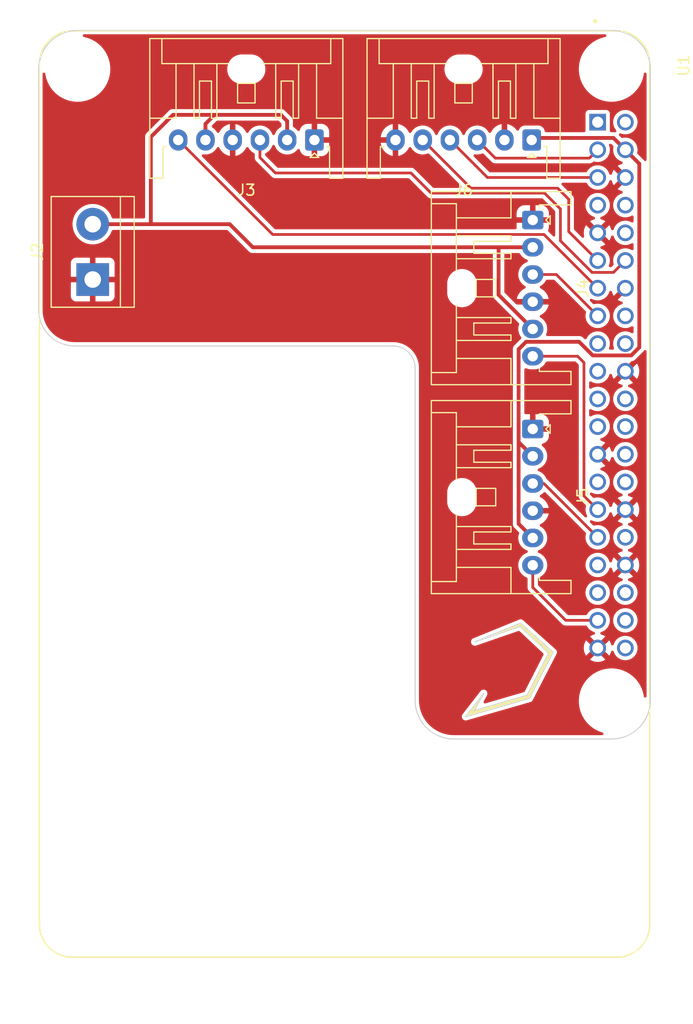
<source format=kicad_pcb>
(kicad_pcb (version 20211014) (generator pcbnew)
  (layers (0 "F.Cu" signal) (31 "B.Cu" signal) (34 "B.Paste" user) (35 "F.Paste" user) (36 "B.SilkS" user "B.Silkscreen") (37 "F.SilkS" user "F.Silkscreen") (38 "B.Mask" user) (39 "F.Mask" user) (44 "Edge.Cuts" user))
  (net 0 "")
  (net 1 "SDA")
  (net 2 "SCL")
  (net 3 "Servo1")
  (net 4 "Servo2")
  (net 5 "Servo3")
  (net 6 "Interrupt")
  (net 7 "Servo4")
  (net 8 "ESC1")
  (net 9 "ESC2")
  (net 10 "GND")
  (net 11 "+6V")
  (net 12 "+5V")
  (net 13 "Net-(U1-Pad1)")
  (footprint "Connector_JST:JST_XA_S06B-XASK-1_1x06_P2.50mm_Horizontal" (layer "F.Cu") (at 135.155 72.03 180)
    (fp_text reference "J6" (at 6.25 -4.6 180) (layer "F.SilkS"))
    (fp_text value "Conn_01x06_Male")
    (fp_line (start 14 7.01) (end 14 9.31) (layer "F.SilkS") (width 0.12))
    (fp_line (start 9.45 2) (end 9.45 5.41) (layer "F.SilkS") (width 0.12))
    (fp_line (start -1.11 -0.61) (end -1.39 -0.61) (layer "F.SilkS") (width 0.12))
    (fp_line (start -1.39 -0.61) (end -1.39 -3.51) (layer "F.SilkS") (width 0.12))
    (fp_line (start 8.95 2) (end 9.45 2) (layer "F.SilkS") (width 0.12))
    (fp_line (start 10.55 5.41) (end 10.55 2) (layer "F.SilkS") (width 0.12))
    (fp_line (start 13.89 -0.61) (end 13.61 -0.61) (layer "F.SilkS") (width 0.12))
    (fp_line (start -2.61 -3.51) (end -2.61 9.31) (layer "F.SilkS") (width 0.12))
    (fp_line (start 1.95 2) (end 1.45 2) (layer "F.SilkS") (width 0.12))
    (fp_line (start 5.45 5.2) (end 5.45 3.4) (layer "F.SilkS") (width 0.12))
    (fp_line (start -1.5 7.01) (end 4.65 7.01) (layer "F.SilkS") (width 0.12))
    (fp_line (start 0.4 -1.6) (end 0 -1.2) (layer "F.SilkS") (width 0.12))
    (fp_line (start 1.45 2) (end 1.45 7.01) (layer "F.SilkS") (width 0.12))
    (fp_line (start 12.7 7.01) (end 12.7 2) (layer "F.SilkS") (width 0.12))
    (fp_line (start 0 -1.2) (end -0.4 -1.6) (layer "F.SilkS") (width 0.12))
    (fp_line (start 12.7 2) (end 15.11 2) (layer "F.SilkS") (width 0.12))
    (fp_line (start 15.11 9.31) (end 15.11 -3.51) (layer "F.SilkS") (width 0.12))
    (fp_line (start -1.5 9.31) (end -1.5 7.01) (layer "F.SilkS") (width 0.12))
    (fp_line (start 7.85 7.01) (end 14 7.01) (layer "F.SilkS") (width 0.12))
    (fp_line (start 3.55 2) (end 3.05 2) (layer "F.SilkS") (width 0.12))
    (fp_line (start 13.89 -3.51) (end 13.89 -0.61) (layer "F.SilkS") (width 0.12))
    (fp_line (start -1.39 -3.51) (end -2.61 -3.51) (layer "F.SilkS") (width 0.12))
    (fp_line (start 5.45 3.4) (end 7.05 3.4) (layer "F.SilkS") (width 0.12))
    (fp_line (start 10.55 2) (end 11.05 2) (layer "F.SilkS") (width 0.12))
    (fp_line (start -0.4 -1.6) (end 0.4 -1.6) (layer "F.SilkS") (width 0.12))
    (fp_line (start 1.95 5.41) (end 1.95 2) (layer "F.SilkS") (width 0.12))
    (fp_line (start -2.61 9.31) (end 15.11 9.31) (layer "F.SilkS") (width 0.12))
    (fp_line (start 3.05 2) (end 3.05 5.41) (layer "F.SilkS") (width 0.12))
    (fp_line (start 7.05 5.2) (end 5.45 5.2) (layer "F.SilkS") (width 0.12))
    (fp_line (start 9.45 5.41) (end 10.55 5.41) (layer "F.SilkS") (width 0.12))
    (fp_line (start 8.95 7.01) (end 8.95 2) (layer "F.SilkS") (width 0.12))
    (fp_line (start -0.2 7.01) (end -0.2 2) (layer "F.SilkS") (width 0.12))
    (fp_line (start 3.55 7.01) (end 3.55 2) (layer "F.SilkS") (width 0.12))
    (fp_line (start 15.11 -3.51) (end 13.89 -3.51) (layer "F.SilkS") (width 0.12))
    (fp_line (start -0.2 2) (end -2.61 2) (layer "F.SilkS") (width 0.12))
    (fp_line (start 3.05 5.41) (end 1.95 5.41) (layer "F.SilkS") (width 0.12))
    (fp_line (start 11.05 2) (end 11.05 7.01) (layer "F.SilkS") (width 0.12))
    (fp_line (start 7.05 3.4) (end 7.05 5.2) (layer "F.SilkS") (width 0.12))
    (pad "" np_thru_hole oval (at 6.25 6.5 180) (size 2.8 2) (drill oval 2.8 2) (layers *.Cu *.Mask))
    (pad "1" thru_hole roundrect (at 0 0 180) (size 1.7 1.95) (drill 0.95) (layers *.Cu *.Mask) (roundrect_rratio 0.1470588235) (net 12 "+5V"))
    (pad "2" thru_hole oval (at 2.5 0 180) (size 1.7 1.95) (drill 0.95) (layers *.Cu *.Mask) (net 10 "GND"))
    (pad "3" thru_hole oval (at 5 0 180) (size 1.7 1.95) (drill 0.95) (layers *.Cu *.Mask) (net 1 "SDA"))
    (pad "4" thru_hole oval (at 7.5 0 180) (size 1.7 1.95) (drill 0.95) (layers *.Cu *.Mask) (net 2 "SCL"))
    (pad "5" thru_hole oval (at 10 0 180) (size 1.7 1.95) (drill 0.95) (layers *.Cu *.Mask) (net 6 "Interrupt"))
    (pad "6" thru_hole oval (at 12.5 0 180) (size 1.7 1.95) (drill 0.95) (layers *.Cu *.Mask) (net 10 "GND"))
  )
  (footprint "Connector_JST:JST_XA_S06B-XASK-1_1x06_P2.50mm_Horizontal" (layer "F.Cu") (at 115.216 72.03 180)
    (fp_text reference "J3" (at 6.25 -4.6 180) (layer "F.SilkS"))
    (fp_text value "Conn_01x06_Male")
    (fp_line (start 0.4 -1.6) (end 0 -1.2) (layer "F.SilkS") (width 0.12))
    (fp_line (start -0.2 2) (end -2.61 2) (layer "F.SilkS") (width 0.12))
    (fp_line (start 3.55 2) (end 3.05 2) (layer "F.SilkS") (width 0.12))
    (fp_line (start 7.85 7.01) (end 14 7.01) (layer "F.SilkS") (width 0.12))
    (fp_line (start 15.11 9.31) (end 15.11 -3.51) (layer "F.SilkS") (width 0.12))
    (fp_line (start 7.05 3.4) (end 7.05 5.2) (layer "F.SilkS") (width 0.12))
    (fp_line (start 13.89 -3.51) (end 13.89 -0.61) (layer "F.SilkS") (width 0.12))
    (fp_line (start -1.39 -0.61) (end -1.39 -3.51) (layer "F.SilkS") (width 0.12))
    (fp_line (start 15.11 -3.51) (end 13.89 -3.51) (layer "F.SilkS") (width 0.12))
    (fp_line (start 5.45 5.2) (end 5.45 3.4) (layer "F.SilkS") (width 0.12))
    (fp_line (start 14 7.01) (end 14 9.31) (layer "F.SilkS") (width 0.12))
    (fp_line (start 12.7 2) (end 15.11 2) (layer "F.SilkS") (width 0.12))
    (fp_line (start -2.61 -3.51) (end -2.61 9.31) (layer "F.SilkS") (width 0.12))
    (fp_line (start 1.95 2) (end 1.45 2) (layer "F.SilkS") (width 0.12))
    (fp_line (start 8.95 7.01) (end 8.95 2) (layer "F.SilkS") (width 0.12))
    (fp_line (start 10.55 5.41) (end 10.55 2) (layer "F.SilkS") (width 0.12))
    (fp_line (start 9.45 5.41) (end 10.55 5.41) (layer "F.SilkS") (width 0.12))
    (fp_line (start 3.05 2) (end 3.05 5.41) (layer "F.SilkS") (width 0.12))
    (fp_line (start 10.55 2) (end 11.05 2) (layer "F.SilkS") (width 0.12))
    (fp_line (start -1.39 -3.51) (end -2.61 -3.51) (layer "F.SilkS") (width 0.12))
    (fp_line (start 1.95 5.41) (end 1.95 2) (layer "F.SilkS") (width 0.12))
    (fp_line (start 5.45 3.4) (end 7.05 3.4) (layer "F.SilkS") (width 0.12))
    (fp_line (start 3.55 7.01) (end 3.55 2) (layer "F.SilkS") (width 0.12))
    (fp_line (start 7.05 5.2) (end 5.45 5.2) (layer "F.SilkS") (width 0.12))
    (fp_line (start 0 -1.2) (end -0.4 -1.6) (layer "F.SilkS") (width 0.12))
    (fp_line (start -1.5 7.01) (end 4.65 7.01) (layer "F.SilkS") (width 0.12))
    (fp_line (start 8.95 2) (end 9.45 2) (layer "F.SilkS") (width 0.12))
    (fp_line (start -1.5 9.31) (end -1.5 7.01) (layer "F.SilkS") (width 0.12))
    (fp_line (start 1.45 2) (end 1.45 7.01) (layer "F.SilkS") (width 0.12))
    (fp_line (start -0.2 7.01) (end -0.2 2) (layer "F.SilkS") (width 0.12))
    (fp_line (start 3.05 5.41) (end 1.95 5.41) (layer "F.SilkS") (width 0.12))
    (fp_line (start -2.61 9.31) (end 15.11 9.31) (layer "F.SilkS") (width 0.12))
    (fp_line (start 9.45 2) (end 9.45 5.41) (layer "F.SilkS") (width 0.12))
    (fp_line (start 13.89 -0.61) (end 13.61 -0.61) (layer "F.SilkS") (width 0.12))
    (fp_line (start 11.05 2) (end 11.05 7.01) (layer "F.SilkS") (width 0.12))
    (fp_line (start 12.7 7.01) (end 12.7 2) (layer "F.SilkS") (width 0.12))
    (fp_line (start -1.11 -0.61) (end -1.39 -0.61) (layer "F.SilkS") (width 0.12))
    (fp_line (start -0.4 -1.6) (end 0.4 -1.6) (layer "F.SilkS") (width 0.12))
    (pad "" np_thru_hole oval (at 6.25 6.5 180) (size 2.8 2) (drill oval 2.8 2) (layers *.Cu *.Mask))
    (pad "1" thru_hole roundrect (at 0 0 180) (size 1.7 1.95) (drill 0.95) (layers *.Cu *.Mask) (roundrect_rratio 0.1470588235) (net 10 "GND"))
    (pad "2" thru_hole oval (at 2.5 0 180) (size 1.7 1.95) (drill 0.95) (layers *.Cu *.Mask) (net 11 "+6V"))
    (pad "3" thru_hole oval (at 5 0 180) (size 1.7 1.95) (drill 0.95) (layers *.Cu *.Mask) (net 3 "Servo1"))
    (pad "4" thru_hole oval (at 7.5 0 180) (size 1.7 1.95) (drill 0.95) (layers *.Cu *.Mask) (net 10 "GND"))
    (pad "5" thru_hole oval (at 10 0 180) (size 1.7 1.95) (drill 0.95) (layers *.Cu *.Mask) (net 11 "+6V"))
    (pad "6" thru_hole oval (at 12.5 0 180) (size 1.7 1.95) (drill 0.95) (layers *.Cu *.Mask) (net 4 "Servo2"))
  )
  (footprint "RPI3-MODBP-BULK:MODULE_RPI3-MODBP-BULK" (layer "F.Cu") (at 117.983 104.521 -90)
    (fp_text reference "U1" (at -39.325 -31.135 -90) (layer "F.SilkS"))
    (fp_text value "RPI3-MODBP-BULK")
    (fp_line (start -39.5 28) (end 39.5 28) (layer "F.SilkS") (width 0.127))
    (fp_line (start 39.5 -28) (end -39.5 -28) (layer "F.SilkS") (width 0.127))
    (fp_line (start -42.5 -25) (end -42.5 25) (layer "F.SilkS") (width 0.127))
    (fp_line (start 42.5 25) (end 42.5 -25) (layer "F.SilkS") (width 0.127))
    (fp_arc (start -39.5 28) (mid -41.62132 27.12132) (end -42.5 25) (layer "F.SilkS") (width 0.127))
    (fp_arc (start 42.5 25) (mid 41.62132 27.12132) (end 39.5 28) (layer "F.SilkS") (width 0.127))
    (fp_arc (start 39.5 -28) (mid 41.62132 -27.12132) (end 42.5 -25) (layer "F.SilkS") (width 0.127))
    (fp_arc (start -42.5 -25) (mid -41.62132 -27.12132) (end -39.5 -28) (layer "F.SilkS") (width 0.127))
    (fp_circle (center -43.4 -23) (end -43.3 -23) (layer "F.SilkS") (width 0.2) (fill none))
    (pad "" np_thru_hole circle (at -39 -24.5 270) (size 2.75 2.75) (drill 2.75) (layers *.Cu *.Mask))
    (pad "" np_thru_hole circle (at -39 24.5 270) (size 2.75 2.75) (drill 2.75) (layers *.Cu *.Mask))
    (pad "" np_thru_hole circle (at 19 -24.5 270) (size 2.75 2.75) (drill 2.75) (layers *.Cu *.Mask))
    (pad "1" thru_hole rect (at -34.13 -23.23 270) (size 1.53 1.53) (drill 1.02) (layers *.Cu *.Mask) (net 13 "Net-(U1-Pad1)"))
    (pad "2" thru_hole circle (at -34.13 -25.77 270) (size 1.53 1.53) (drill 1.02) (layers *.Cu *.Mask) (net 12 "+5V"))
    (pad "3" thru_hole circle (at -31.59 -23.23 270) (size 1.53 1.53) (drill 1.02) (layers *.Cu *.Mask) (net 1 "SDA"))
    (pad "4" thru_hole circle (at -31.59 -25.77 270) (size 1.53 1.53) (drill 1.02) (layers *.Cu *.Mask) (net 12 "+5V"))
    (pad "5" thru_hole circle (at -29.05 -23.23 270) (size 1.53 1.53) (drill 1.02) (layers *.Cu *.Mask) (net 2 "SCL"))
    (pad "6" thru_hole circle (at -29.05 -25.77 270) (size 1.53 1.53) (drill 1.02) (layers *.Cu *.Mask) (net 10 "GND"))
    (pad "7" thru_hole circle (at -26.51 -23.23 270) (size 1.53 1.53) (drill 1.02) (layers *.Cu *.Mask))
    (pad "8" thru_hole circle (at -26.51 -25.77 270) (size 1.53 1.53) (drill 1.02) (layers *.Cu *.Mask))
    (pad "9" thru_hole circle (at -23.97 -23.23 270) (size 1.53 1.53) (drill 1.02) (layers *.Cu *.Mask) (net 10 "GND"))
    (pad "10" thru_hole circle (at -23.97 -25.77 270) (size 1.53 1.53) (drill 1.02) (layers *.Cu *.Mask))
    (pad "11" thru_hole circle (at -21.43 -23.23 270) (size 1.53 1.53) (drill 1.02) (layers *.Cu *.Mask) (net 6 "Interrupt"))
    (pad "12" thru_hole circle (at -21.43 -25.77 270) (size 1.53 1.53) (drill 1.02) (layers *.Cu *.Mask) (net 3 "Servo1"))
    (pad "13" thru_hole circle (at -18.89 -23.23 270) (size 1.53 1.53) (drill 1.02) (layers *.Cu *.Mask) (net 4 "Servo2"))
    (pad "14" thru_hole circle (at -18.89 -25.77 270) (size 1.53 1.53) (drill 1.02) (layers *.Cu *.Mask) (net 10 "GND"))
    (pad "15" thru_hole circle (at -16.35 -23.23 270) (size 1.53 1.53) (drill 1.02) (layers *.Cu *.Mask) (net 5 "Servo3"))
    (pad "16" thru_hole circle (at -16.35 -25.77 270) (size 1.53 1.53) (drill 1.02) (layers *.Cu *.Mask))
    (pad "17" thru_hole circle (at -13.81 -23.23 270) (size 1.53 1.53) (drill 1.02) (layers *.Cu *.Mask) (net 13 "Net-(U1-Pad1)"))
    (pad "18" thru_hole circle (at -13.81 -25.77 270) (size 1.53 1.53) (drill 1.02) (layers *.Cu *.Mask))
    (pad "19" thru_hole circle (at -11.27 -23.23 270) (size 1.53 1.53) (drill 1.02) (layers *.Cu *.Mask))
    (pad "20" thru_hole circle (at -11.27 -25.77 270) (size 1.53 1.53) (drill 1.02) (layers *.Cu *.Mask) (net 10 "GND"))
    (pad "21" thru_hole circle (at -8.73 -23.23 270) (size 1.53 1.53) (drill 1.02) (layers *.Cu *.Mask))
    (pad "22" thru_hole circle (at -8.73 -25.77 270) (size 1.53 1.53) (drill 1.02) (layers *.Cu *.Mask))
    (pad "23" thru_hole circle (at -6.19 -23.23 270) (size 1.53 1.53) (drill 1.02) (layers *.Cu *.Mask))
    (pad "24" thru_hole circle (at -6.19 -25.77 270) (size 1.53 1.53) (drill 1.02) (layers *.Cu *.Mask))
    (pad "25" thru_hole circle (at -3.65 -23.23 270) (size 1.53 1.53) (drill 1.02) (layers *.Cu *.Mask) (net 10 "GND"))
    (pad "26" thru_hole circle (at -3.65 -25.77 270) (size 1.53 1.53) (drill 1.02) (layers *.Cu *.Mask))
    (pad "27" thru_hole circle (at -1.11 -23.23 270) (size 1.53 1.53) (drill 1.02) (layers *.Cu *.Mask))
    (pad "28" thru_hole circle (at -1.11 -25.77 270) (size 1.53 1.53) (drill 1.02) (layers *.Cu *.Mask))
    (pad "29" thru_hole circle (at 1.43 -23.23 270) (size 1.53 1.53) (drill 1.02) (layers *.Cu *.Mask) (net 7 "Servo4"))
    (pad "30" thru_hole circle (at 1.43 -25.77 270) (size 1.53 1.53) (drill 1.02) (layers *.Cu *.Mask) (net 10 "GND"))
    (pad "31" thru_hole circle (at 3.97 -23.23 270) (size 1.53 1.53) (drill 1.02) (layers *.Cu *.Mask) (net 8 "ESC1"))
    (pad "32" thru_hole circle (at 3.97 -25.77 270) (size 1.53 1.53) (drill 1.02) (layers *.Cu *.Mask))
    (pad "33" thru_hole circle (at 6.51 -23.23 270) (size 1.53 1.53) (drill 1.02) (layers *.Cu *.Mask))
    (pad "34" thru_hole circle (at 6.51 -25.77 270) (size 1.53 1.53) (drill 1.02) (layers *.Cu *.Mask) (net 10 "GND"))
    (pad "35" thru_hole circle (at 9.05 -23.23 270) (size 1.53 1.53) (drill 1.02) (layers *.Cu *.Mask))
    (pad "36" thru_hole circle (at 9.05 -25.77 270) (size 1.53 1.53) (drill 1.02) (layers *.Cu *.Mask))
    (pad "37" thru_hole circle (at 11.59 -23.23 270) (size 1.53 1.53) (drill 1.02) (layers *.Cu *.Mask) (net 9 "ESC2"))
    (pad "38" thru_hole circle (at 11.59 -25.77 270) (size 1.53 1.53) (drill 1.02) (layers *.Cu *.Mask))
    (pad "39" thru_hole circle (at 14.13 -23.23 270) (size 1.53 1.53) (drill 1.02) (layers *.Cu *.Mask) (net 10 "GND"))
    (pad "40" thru_hole circle (at 14.13 -25.77 270) (size 1.53 1.53) (drill 1.02) (layers *.Cu *.Mask))
    (zone (net 0) (net_name "") (layer "F.Cu") (connect_pads (clearance 0)) (min_thickness 3)
      (keepout (tracks not_allowed) (vias not_allowed) (pads not_allowed) (copperpour not_allowed) (footprints allowed))
      (fill (thermal_gap 0.508) (thermal_bridge_width 0.508))
      (polygon (pts (xy 142.483 68.521) (xy 142.188949 68.506554) (xy 141.897729 68.463356) (xy 141.612146 68.391821) (xy 141.33495 68.292639) (xy 141.06881 68.166764) (xy 140.816289 68.015409) (xy 140.57982 67.840031) (xy 140.36168 67.64232) (xy 140.163969 67.42418) (xy 139.988591 67.187711) (xy 139.837236 66.93519) (xy 139.711361 66.66905) (xy 139.612179 66.391854) (xy 139.540644 66.106271) (xy 139.497446 65.815051) (xy 139.483 65.521) (xy 139.497446 65.226949) (xy 139.540644 64.935729) (xy 139.612179 64.650146) (xy 139.711361 64.37295) (xy 139.837236 64.10681) (xy 139.988591 63.854289) (xy 140.163969 63.61782) (xy 140.36168 63.39968) (xy 140.57982 63.201969) (xy 140.816289 63.026591) (xy 141.06881 62.875236) (xy 141.33495 62.749361) (xy 141.612146 62.650179) (xy 141.897729 62.578644) (xy 142.188949 62.535446) (xy 142.483 62.521) (xy 142.777051 62.535446) (xy 143.068271 62.578644) (xy 143.353854 62.650179) (xy 143.63105 62.749361) (xy 143.89719 62.875236) (xy 144.149711 63.026591) (xy 144.38618 63.201969) (xy 144.60432 63.39968) (xy 144.802031 63.61782) (xy 144.977409 63.854289) (xy 145.128764 64.10681) (xy 145.254639 64.37295) (xy 145.353821 64.650146) (xy 145.425356 64.935729) (xy 145.468554 65.226949) (xy 145.483 65.521) (xy 145.468554 65.815051) (xy 145.425356 66.106271) (xy 145.353821 66.391854) (xy 145.254639 66.66905) (xy 145.128764 66.93519) (xy 144.977409 67.187711) (xy 144.802031 67.42418) (xy 144.60432 67.64232) (xy 144.38618 67.840031) (xy 144.149711 68.015409) (xy 143.89719 68.166764) (xy 143.63105 68.292639) (xy 143.353854 68.391821) (xy 143.068271 68.463356) (xy 142.777051 68.506554)))
    )
    (zone (net 0) (net_name "") (layer "F.Cu") (connect_pads (clearance 0)) (min_thickness 3)
      (keepout (tracks not_allowed) (vias not_allowed) (pads not_allowed) (copperpour not_allowed) (footprints allowed))
      (fill (thermal_gap 0.508) (thermal_bridge_width 0.508))
      (polygon (pts (xy 93.483 68.521) (xy 93.188949 68.506554) (xy 92.897729 68.463356) (xy 92.612146 68.391821) (xy 92.33495 68.292639) (xy 92.06881 68.166764) (xy 91.816289 68.015409) (xy 91.57982 67.840031) (xy 91.36168 67.64232) (xy 91.163969 67.42418) (xy 90.988591 67.187711) (xy 90.837236 66.93519) (xy 90.711361 66.66905) (xy 90.612179 66.391854) (xy 90.540644 66.106271) (xy 90.497446 65.815051) (xy 90.483 65.521) (xy 90.497446 65.226949) (xy 90.540644 64.935729) (xy 90.612179 64.650146) (xy 90.711361 64.37295) (xy 90.837236 64.10681) (xy 90.988591 63.854289) (xy 91.163969 63.61782) (xy 91.36168 63.39968) (xy 91.57982 63.201969) (xy 91.816289 63.026591) (xy 92.06881 62.875236) (xy 92.33495 62.749361) (xy 92.612146 62.650179) (xy 92.897729 62.578644) (xy 93.188949 62.535446) (xy 93.483 62.521) (xy 93.777051 62.535446) (xy 94.068271 62.578644) (xy 94.353854 62.650179) (xy 94.63105 62.749361) (xy 94.89719 62.875236) (xy 95.149711 63.026591) (xy 95.38618 63.201969) (xy 95.60432 63.39968) (xy 95.802031 63.61782) (xy 95.977409 63.854289) (xy 96.128764 64.10681) (xy 96.254639 64.37295) (xy 96.353821 64.650146) (xy 96.425356 64.935729) (xy 96.468554 65.226949) (xy 96.483 65.521) (xy 96.468554 65.815051) (xy 96.425356 66.106271) (xy 96.353821 66.391854) (xy 96.254639 66.66905) (xy 96.128764 66.93519) (xy 95.977409 67.187711) (xy 95.802031 67.42418) (xy 95.60432 67.64232) (xy 95.38618 67.840031) (xy 95.149711 68.015409) (xy 94.89719 68.166764) (xy 94.63105 68.292639) (xy 94.353854 68.391821) (xy 94.068271 68.463356) (xy 93.777051 68.506554)))
    )
    (zone (net 0) (net_name "") (layer "F.Cu") (connect_pads (clearance 0)) (min_thickness 3)
      (keepout (tracks not_allowed) (vias not_allowed) (pads not_allowed) (copperpour not_allowed) (footprints allowed))
      (fill (thermal_gap 0.508) (thermal_bridge_width 0.508))
      (polygon (pts (xy 142.483 126.521) (xy 142.188949 126.506554) (xy 141.897729 126.463356) (xy 141.612146 126.391821) (xy 141.33495 126.292639) (xy 141.06881 126.166764) (xy 140.816289 126.015409) (xy 140.57982 125.840031) (xy 140.36168 125.64232) (xy 140.163969 125.42418) (xy 139.988591 125.187711) (xy 139.837236 124.93519) (xy 139.711361 124.66905) (xy 139.612179 124.391854) (xy 139.540644 124.106271) (xy 139.497446 123.815051) (xy 139.483 123.521) (xy 139.497446 123.226949) (xy 139.540644 122.935729) (xy 139.612179 122.650146) (xy 139.711361 122.37295) (xy 139.837236 122.10681) (xy 139.988591 121.854289) (xy 140.163969 121.61782) (xy 140.36168 121.39968) (xy 140.57982 121.201969) (xy 140.816289 121.026591) (xy 141.06881 120.875236) (xy 141.33495 120.749361) (xy 141.612146 120.650179) (xy 141.897729 120.578644) (xy 142.188949 120.535446) (xy 142.483 120.521) (xy 142.777051 120.535446) (xy 143.068271 120.578644) (xy 143.353854 120.650179) (xy 143.63105 120.749361) (xy 143.89719 120.875236) (xy 144.149711 121.026591) (xy 144.38618 121.201969) (xy 144.60432 121.39968) (xy 144.802031 121.61782) (xy 144.977409 121.854289) (xy 145.128764 122.10681) (xy 145.254639 122.37295) (xy 145.353821 122.650146) (xy 145.425356 122.935729) (xy 145.468554 123.226949) (xy 145.483 123.521) (xy 145.468554 123.815051) (xy 145.425356 124.106271) (xy 145.353821 124.391854) (xy 145.254639 124.66905) (xy 145.128764 124.93519) (xy 144.977409 125.187711) (xy 144.802031 125.42418) (xy 144.60432 125.64232) (xy 144.38618 125.840031) (xy 144.149711 126.015409) (xy 143.89719 126.166764) (xy 143.63105 126.292639) (xy 143.353854 126.391821) (xy 143.068271 126.463356) (xy 142.777051 126.506554)))
    )
  )
  (footprint "LOGO" (layer "F.Cu") (at 133.096 120.65)
    (fp_text reference "G***" hide)
    (fp_text value "LOGO" hide)
    (fp_poly (pts (xy -3.157623 -2.551915) (xy -3.167553 -2.541985) (xy -3.177483 -2.551915) (xy -3.167553 -2.561845)) (layer "F.SilkS") (width 0) (fill solid))
    (fp_poly (pts (xy 1.056575 -4.24948) (xy 1.101303 -4.213394) (xy 1.170596 -4.155017) (xy 1.26203 -4.076516) (xy 1.373179 -3.980054) (xy 1.501618 -3.867797) (xy 1.644923 -3.74191) (xy 1.800668 -3.604558) (xy 1.966428 -3.457906) (xy 2.139778 -3.304118) (xy 2.318293 -3.14536) (xy 2.499549 -2.983797) (xy 2.681119 -2.821594) (xy 2.86058 -2.660915) (xy 3.035506 -2.503926) (xy 3.203471 -2.352792) (xy 3.362052 -2.209678) (xy 3.508822 -2.076748) (xy 3.641358 -1.956167) (xy 3.757233 -1.850101) (xy 3.854023 -1.760715) (xy 3.929303 -1.690173) (xy 3.980648 -1.640641) (xy 4.005632 -1.614283) (xy 4.00768 -1.610641) (xy 3.997987 -1.591475) (xy 3.97124 -1.539194) (xy 3.928571 -1.455995) (xy 3.871108 -1.344076) (xy 3.799981 -1.205633) (xy 3.716319 -1.042864) (xy 3.621253 -0.857967) (xy 3.515912 -0.653137) (xy 3.401425 -0.430573) (xy 3.278923 -0.192471) (xy 3.149535 0.058971) (xy 3.01439 0.321555) (xy 2.930264 0.48499) (xy 2.746041 0.842425) (xy 2.579361 1.164888) (xy 2.429945 1.452902) (xy 2.297516 1.706989) (xy 2.181796 1.927675) (xy 2.082509 2.115483) (xy 1.999376 2.270936) (xy 1.93212 2.394559) (xy 1.880464 2.486875) (xy 1.84413 2.548407) (xy 1.822841 2.57968) (xy 1.818145 2.583999) (xy 1.7947 2.59153) (xy 1.735261 2.609585) (xy 1.641955 2.637537) (xy 1.516908 2.674759) (xy 1.362248 2.720622) (xy 1.180102 2.7745) (xy 0.972597 2.835765) (xy 0.741858 2.903789) (xy 0.490014 2.977946) (xy 0.219192 3.057608) (xy -0.068483 3.142148) (xy -0.370882 3.230938) (xy -0.68588 3.32335) (xy -1.011348 3.418758) (xy -1.072401 3.436647) (xy -1.39953 3.532489) (xy -1.71657 3.625376) (xy -2.021396 3.714685) (xy -2.311881 3.799792) (xy -2.585901 3.880075) (xy -2.841329 3.954911) (xy -3.076041 4.023678) (xy -3.28791 4.085752) (xy -3.474811 4.140512) (xy -3.634619 4.187334) (xy -3.765208 4.225595) (xy -3.864453 4.254673) (xy -3.930228 4.273945) (xy -3.960407 4.282788) (xy -3.961924 4.283233) (xy -3.98883 4.289008) (xy -3.985535 4.276595) (xy -3.969959 4.257487) (xy -3.952567 4.235566) (xy -3.913075 4.184931) (xy -3.853613 4.108339) (xy -3.776315 4.008548) (xy -3.683311 3.888312) (xy -3.576735 3.750389) (xy -3.458716 3.597536) (xy -3.331389 3.432508) (xy -3.196883 3.258062) (xy -3.157738 3.207272) (xy -3.022012 3.031243) (xy -2.893171 2.864315) (xy -2.773304 2.709183) (xy -2.6645 2.568543) (xy -2.568849 2.44509) (xy -2.488439 2.34152) (xy -2.425359 2.260528) (xy -2.381698 2.204809) (xy -2.359545 2.17706) (xy -2.357404 2.17459) (xy -2.353621 2.173161) (xy -2.357705 2.185069) (xy -2.370918 2.212653) (xy -2.394523 2.258249) (xy -2.429785 2.324196) (xy -2.477965 2.412831) (xy -2.540327 2.526492) (xy -2.618133 2.667517) (xy -2.712648 2.838243) (xy -2.825134 3.041008) (xy -2.840263 3.068257) (xy -2.919205 3.210486) (xy -2.992739 3.34307) (xy -3.058451 3.46165) (xy -3.113928 3.561867) (xy -3.156756 3.63936) (xy -3.184522 3.689771) (xy -3.194019 3.707202) (xy -3.216976 3.750369) (xy -3.112827 3.720487) (xy -3.080721 3.711193) (xy -3.012931 3.691501) (xy -2.911906 3.662126) (xy -2.780095 3.62378) (xy -2.619947 3.577176) (xy -2.433912 3.523027) (xy -2.224437 3.462045) (xy -1.993973 3.394945) (xy -1.744968 3.322438) (xy -1.479872 3.245238) (xy -1.201133 3.164057) (xy -0.911201 3.07961) (xy -0.679215 3.012035) (xy 1.650249 2.333464) (xy 2.639696 0.407115) (xy 2.772026 0.149186) (xy 2.899 -0.098883) (xy 3.019464 -0.334807) (xy 3.132262 -0.556298) (xy 3.236241 -0.76107) (xy 3.330246 -0.946835) (xy 3.413123 -1.111309) (xy 3.483717 -1.252204) (xy 3.540874 -1.367233) (xy 3.583439 -1.45411) (xy 3.610258 -1.510549) (xy 3.620176 -1.534262) (xy 3.620167 -1.534816) (xy 3.604597 -1.550449) (xy 3.562126 -1.591134) (xy 3.494911 -1.654844) (xy 3.40511 -1.739554) (xy 3.29488 -1.843238) (xy 3.166378 -1.963869) (xy 3.021762 -2.099422) (xy 2.863189 -2.247871) (xy 2.692816 -2.40719) (xy 2.512801 -2.575353) (xy 2.406338 -2.674729) (xy 2.219168 -2.849427) (xy 2.038485 -3.018143) (xy 1.866668 -3.178651) (xy 1.706095 -3.328725) (xy 1.559145 -3.46614) (xy 1.428197 -3.588672) (xy 1.315629 -3.694093) (xy 1.223822 -3.780179) (xy 1.155152 -3.844705) (xy 1.111999 -3.885444) (xy 1.100982 -3.895961) (xy 1.000478 -3.992863) (xy -1.063129 -3.27846) (xy -1.33812 -3.183328) (xy -1.602466 -3.092012) (xy -1.853764 -3.005334) (xy -2.08961 -2.924117) (xy -2.3076 -2.849185) (xy -2.505331 -2.781362) (xy -2.680398 -2.72147) (xy -2.830398 -2.670332) (xy -2.952926 -2.628773) (xy -3.04558 -2.597616) (xy -3.105954 -2.577683) (xy -3.131646 -2.569799) (xy -3.132404 -2.569724) (xy -3.114937 -2.57745) (xy -3.063461 -2.598914) (xy -2.980792 -2.632974) (xy -2.869746 -2.678486) (xy -2.73314 -2.73431) (xy -2.57379 -2.799304) (xy -2.394513 -2.872324) (xy -2.198125 -2.952229) (xy -1.987443 -3.037878) (xy -1.765283 -3.128128) (xy -1.534462 -3.221836) (xy -1.297796 -3.317862) (xy -1.058101 -3.415062) (xy -0.818195 -3.512295) (xy -0.580893 -3.608419) (xy -0.349013 -3.702292) (xy -0.125369 -3.792771) (xy 0.08722 -3.878715) (xy 0.285938 -3.958982) (xy 0.46797 -4.032429) (xy 0.630498 -4.097915) (xy 0.770706 -4.154297) (xy 0.885777 -4.200434) (xy 0.972896 -4.235183) (xy 1.029245 -4.257402) (xy 1.038838 -4.261112)) (layer "F.SilkS") (width 0) (fill solid))
  )
  (footprint "Connector_JST:JST_XA_S06B-XASK-1_1x06_P2.50mm_Horizontal" (layer "F.Cu") (at 135.255 98.552 -90)
    (fp_text reference "J5" (at 6.25 -4.6 -90) (layer "F.SilkS"))
    (fp_text value "Conn_01x06_Male")
    (fp_line (start 11.05 2) (end 11.05 7.01) (layer "F.SilkS") (width 0.12))
    (fp_line (start 0 -1.2) (end -0.4 -1.6) (layer "F.SilkS") (width 0.12))
    (fp_line (start 12.7 7.01) (end 12.7 2) (layer "F.SilkS") (width 0.12))
    (fp_line (start 15.11 9.31) (end 15.11 -3.51) (layer "F.SilkS") (width 0.12))
    (fp_line (start 3.05 2) (end 3.05 5.41) (layer "F.SilkS") (width 0.12))
    (fp_line (start 5.45 5.2) (end 5.45 3.4) (layer "F.SilkS") (width 0.12))
    (fp_line (start 1.45 2) (end 1.45 7.01) (layer "F.SilkS") (width 0.12))
    (fp_line (start 3.55 7.01) (end 3.55 2) (layer "F.SilkS") (width 0.12))
    (fp_line (start -1.5 7.01) (end 4.65 7.01) (layer "F.SilkS") (width 0.12))
    (fp_line (start 0.4 -1.6) (end 0 -1.2) (layer "F.SilkS") (width 0.12))
    (fp_line (start 8.95 2) (end 9.45 2) (layer "F.SilkS") (width 0.12))
    (fp_line (start 1.95 5.41) (end 1.95 2) (layer "F.SilkS") (width 0.12))
    (fp_line (start 12.7 2) (end 15.11 2) (layer "F.SilkS") (width 0.12))
    (fp_line (start 10.55 5.41) (end 10.55 2) (layer "F.SilkS") (width 0.12))
    (fp_line (start 13.89 -0.61) (end 13.61 -0.61) (layer "F.SilkS") (width 0.12))
    (fp_line (start 7.05 3.4) (end 7.05 5.2) (layer "F.SilkS") (width 0.12))
    (fp_line (start 5.45 3.4) (end 7.05 3.4) (layer "F.SilkS") (width 0.12))
    (fp_line (start -2.61 9.31) (end 15.11 9.31) (layer "F.SilkS") (width 0.12))
    (fp_line (start 14 7.01) (end 14 9.31) (layer "F.SilkS") (width 0.12))
    (fp_line (start 15.11 -3.51) (end 13.89 -3.51) (layer "F.SilkS") (width 0.12))
    (fp_line (start 9.45 5.41) (end 10.55 5.41) (layer "F.SilkS") (width 0.12))
    (fp_line (start 7.05 5.2) (end 5.45 5.2) (layer "F.SilkS") (width 0.12))
    (fp_line (start -1.39 -0.61) (end -1.39 -3.51) (layer "F.SilkS") (width 0.12))
    (fp_line (start -0.2 2) (end -2.61 2) (layer "F.SilkS") (width 0.12))
    (fp_line (start 3.05 5.41) (end 1.95 5.41) (layer "F.SilkS") (width 0.12))
    (fp_line (start -1.39 -3.51) (end -2.61 -3.51) (layer "F.SilkS") (width 0.12))
    (fp_line (start 8.95 7.01) (end 8.95 2) (layer "F.SilkS") (width 0.12))
    (fp_line (start -1.5 9.31) (end -1.5 7.01) (layer "F.SilkS") (width 0.12))
    (fp_line (start -0.4 -1.6) (end 0.4 -1.6) (layer "F.SilkS") (width 0.12))
    (fp_line (start -1.11 -0.61) (end -1.39 -0.61) (layer "F.SilkS") (width 0.12))
    (fp_line (start 10.55 2) (end 11.05 2) (layer "F.SilkS") (width 0.12))
    (fp_line (start -0.2 7.01) (end -0.2 2) (layer "F.SilkS") (width 0.12))
    (fp_line (start 1.95 2) (end 1.45 2) (layer "F.SilkS") (width 0.12))
    (fp_line (start 3.55 2) (end 3.05 2) (layer "F.SilkS") (width 0.12))
    (fp_line (start 13.89 -3.51) (end 13.89 -0.61) (layer "F.SilkS") (width 0.12))
    (fp_line (start 9.45 2) (end 9.45 5.41) (layer "F.SilkS") (width 0.12))
    (fp_line (start 7.85 7.01) (end 14 7.01) (layer "F.SilkS") (width 0.12))
    (fp_line (start -2.61 -3.51) (end -2.61 9.31) (layer "F.SilkS") (width 0.12))
    (pad "" np_thru_hole oval (at 6.25 6.5 270) (size 2.8 2) (drill oval 2.8 2) (layers *.Cu *.Mask))
    (pad "1" thru_hole roundrect (at 0 0 270) (size 1.7 1.95) (drill 0.95) (layers *.Cu *.Mask) (roundrect_rratio 0.1470588235) (net 10 "GND"))
    (pad "2" thru_hole oval (at 2.5 0 270) (size 1.7 1.95) (drill 0.95) (layers *.Cu *.Mask) (net 12 "+5V"))
    (pad "3" thru_hole oval (at 5 0 270) (size 1.7 1.95) (drill 0.95) (layers *.Cu *.Mask) (net 8 "ESC1"))
    (pad "4" thru_hole oval (at 7.5 0 270) (size 1.7 1.95) (drill 0.95) (layers *.Cu *.Mask) (net 10 "GND"))
    (pad "5" thru_hole oval (at 10 0 270) (size 1.7 1.95) (drill 0.95) (layers *.Cu *.Mask) (net 12 "+5V"))
    (pad "6" thru_hole oval (at 12.5 0 270) (size 1.7 1.95) (drill 0.95) (layers *.Cu *.Mask) (net 9 "ESC2"))
  )
  (footprint "TerminalBlock:TerminalBlock_bornier-2_P5.08mm" (layer "F.Cu") (at 94.869 84.836 90)
    (fp_text reference "J2" (at 2.54 -5.08 90) (layer "F.SilkS"))
    (fp_text value "Screw_Terminal_01x02")
    (fp_line (start 7.62 3.81) (end 7.62 -3.81) (layer "F.SilkS") (width 0.12))
    (fp_line (start -2.54 -3.81) (end -2.54 3.81) (layer "F.SilkS") (width 0.12))
    (fp_line (start 7.62 2.54) (end -2.54 2.54) (layer "F.SilkS") (width 0.12))
    (fp_line (start -2.54 3.81) (end 7.62 3.81) (layer "F.SilkS") (width 0.12))
    (fp_line (start 7.62 -3.81) (end -2.54 -3.81) (layer "F.SilkS") (width 0.12))
    (pad "1" thru_hole rect (at 0 0 90) (size 3 3) (drill 1.52) (layers *.Cu *.Mask) (net 10 "GND"))
    (pad "2" thru_hole circle (at 5.08 0 90) (size 3 3) (drill 1.52) (layers *.Cu *.Mask) (net 11 "+6V"))
  )
  (footprint "Connector_JST:JST_XA_S06B-XASK-1_1x06_P2.50mm_Horizontal" (layer "F.Cu") (at 135.255 79.375 -90)
    (fp_text reference "J4" (at 6.25 -4.6 -90) (layer "F.SilkS"))
    (fp_text value "Conn_01x06_Male")
    (fp_line (start 3.05 2) (end 3.05 5.41) (layer "F.SilkS") (width 0.12))
    (fp_line (start -2.61 -3.51) (end -2.61 9.31) (layer "F.SilkS") (width 0.12))
    (fp_line (start 0.4 -1.6) (end 0 -1.2) (layer "F.SilkS") (width 0.12))
    (fp_line (start -1.11 -0.61) (end -1.39 -0.61) (layer "F.SilkS") (width 0.12))
    (fp_line (start 1.45 2) (end 1.45 7.01) (layer "F.SilkS") (width 0.12))
    (fp_line (start 13.89 -0.61) (end 13.61 -0.61) (layer "F.SilkS") (width 0.12))
    (fp_line (start 9.45 2) (end 9.45 5.41) (layer "F.SilkS") (width 0.12))
    (fp_line (start -0.4 -1.6) (end 0.4 -1.6) (layer "F.SilkS") (width 0.12))
    (fp_line (start -1.39 -0.61) (end -1.39 -3.51) (layer "F.SilkS") (width 0.12))
    (fp_line (start 11.05 2) (end 11.05 7.01) (layer "F.SilkS") (width 0.12))
    (fp_line (start 15.11 -3.51) (end 13.89 -3.51) (layer "F.SilkS") (width 0.12))
    (fp_line (start 15.11 9.31) (end 15.11 -3.51) (layer "F.SilkS") (width 0.12))
    (fp_line (start -1.39 -3.51) (end -2.61 -3.51) (layer "F.SilkS") (width 0.12))
    (fp_line (start 12.7 7.01) (end 12.7 2) (layer "F.SilkS") (width 0.12))
    (fp_line (start -0.2 2) (end -2.61 2) (layer "F.SilkS") (width 0.12))
    (fp_line (start 1.95 2) (end 1.45 2) (layer "F.SilkS") (width 0.12))
    (fp_line (start 5.45 5.2) (end 5.45 3.4) (layer "F.SilkS") (width 0.12))
    (fp_line (start 3.05 5.41) (end 1.95 5.41) (layer "F.SilkS") (width 0.12))
    (fp_line (start -0.2 7.01) (end -0.2 2) (layer "F.SilkS") (width 0.12))
    (fp_line (start -2.61 9.31) (end 15.11 9.31) (layer "F.SilkS") (width 0.12))
    (fp_line (start 7.85 7.01) (end 14 7.01) (layer "F.SilkS") (width 0.12))
    (fp_line (start 14 7.01) (end 14 9.31) (layer "F.SilkS") (width 0.12))
    (fp_line (start 3.55 2) (end 3.05 2) (layer "F.SilkS") (width 0.12))
    (fp_line (start 5.45 3.4) (end 7.05 3.4) (layer "F.SilkS") (width 0.12))
    (fp_line (start 8.95 7.01) (end 8.95 2) (layer "F.SilkS") (width 0.12))
    (fp_line (start 10.55 2) (end 11.05 2) (layer "F.SilkS") (width 0.12))
    (fp_line (start 10.55 5.41) (end 10.55 2) (layer "F.SilkS") (width 0.12))
    (fp_line (start 13.89 -3.51) (end 13.89 -0.61) (layer "F.SilkS") (width 0.12))
    (fp_line (start 7.05 5.2) (end 5.45 5.2) (layer "F.SilkS") (width 0.12))
    (fp_line (start -1.5 9.31) (end -1.5 7.01) (layer "F.SilkS") (width 0.12))
    (fp_line (start 7.05 3.4) (end 7.05 5.2) (layer "F.SilkS") (width 0.12))
    (fp_line (start 1.95 5.41) (end 1.95 2) (layer "F.SilkS") (width 0.12))
    (fp_line (start 12.7 2) (end 15.11 2) (layer "F.SilkS") (width 0.12))
    (fp_line (start 0 -1.2) (end -0.4 -1.6) (layer "F.SilkS") (width 0.12))
    (fp_line (start -1.5 7.01) (end 4.65 7.01) (layer "F.SilkS") (width 0.12))
    (fp_line (start 9.45 5.41) (end 10.55 5.41) (layer "F.SilkS") (width 0.12))
    (fp_line (start 8.95 2) (end 9.45 2) (layer "F.SilkS") (width 0.12))
    (fp_line (start 3.55 7.01) (end 3.55 2) (layer "F.SilkS") (width 0.12))
    (pad "" np_thru_hole oval (at 6.25 6.5 270) (size 2.8 2) (drill oval 2.8 2) (layers *.Cu *.Mask))
    (pad "1" thru_hole roundrect (at 0 0 270) (size 1.7 1.95) (drill 0.95) (layers *.Cu *.Mask) (roundrect_rratio 0.1470588235) (net 10 "GND"))
    (pad "2" thru_hole oval (at 2.5 0 270) (size 1.7 1.95) (drill 0.95) (layers *.Cu *.Mask) (net 11 "+6V"))
    (pad "3" thru_hole oval (at 5 0 270) (size 1.7 1.95) (drill 0.95) (layers *.Cu *.Mask) (net 5 "Servo3"))
    (pad "4" thru_hole oval (at 7.5 0 270) (size 1.7 1.95) (drill 0.95) (layers *.Cu *.Mask) (net 10 "GND"))
    (pad "5" thru_hole oval (at 10 0 270) (size 1.7 1.95) (drill 0.95) (layers *.Cu *.Mask) (net 11 "+6V"))
    (pad "6" thru_hole oval (at 12.5 0 270) (size 1.7 1.95) (drill 0.95) (layers *.Cu *.Mask) (net 7 "Servo4"))
  )
  (gr_arc (start 128.016 127) (mid 125.501528 125.958472) (end 124.46 123.444) (layer "Edge.Cuts") (width 0.1))
  (gr_line (start 89.916 65.532) (end 89.916 87.63) (layer "Edge.Cuts") (width 0.1))
  (gr_line (start 122.428 90.932) (end 93.218 90.932) (layer "Edge.Cuts") (width 0.1))
  (gr_line (start 124.46 119.634) (end 124.46 123.444) (layer "Edge.Cuts") (width 0.1))
  (gr_arc (start 122.428 90.932) (mid 123.864841 91.527159) (end 124.46 92.964) (layer "Edge.Cuts") (width 0.1))
  (gr_poly (pts (xy 137.12 119.042) (xy 134.94 123.272) (xy 129.13 124.942) (xy 129.1 124.942) (xy 129.11 124.922) (xy 130.74 122.822) (xy 130.74 122.842) (xy 129.89 124.392) (xy 134.74 122.982) (xy 136.71 119.122) (xy 134.09 116.662) (xy 129.95 118.092) (xy 129.94 118.082) (xy 134.14 116.372)) (layer "Edge.Cuts") (width 0.1) (fill none))
  (gr_line (start 93.472 61.976) (end 142.494 61.976) (layer "Edge.Cuts") (width 0.1))
  (gr_arc (start 93.218 90.932) (mid 90.883133 89.964867) (end 89.916 87.63) (layer "Edge.Cuts") (width 0.1))
  (gr_arc (start 142.494 61.976) (mid 145.008472 63.017528) (end 146.05 65.532) (layer "Edge.Cuts") (width 0.1))
  (gr_line (start 124.46 92.964) (end 124.46 119.634) (layer "Edge.Cuts") (width 0.1))
  (gr_line (start 128.016 127) (end 142.494 127) (layer "Edge.Cuts") (width 0.1))
  (gr_line (start 146.05 65.532) (end 146.05 123.444) (layer "Edge.Cuts") (width 0.1))
  (gr_arc (start 89.916 65.532) (mid 90.957528 63.017528) (end 93.472 61.976) (layer "Edge.Cuts") (width 0.1))
  (gr_arc (start 146.05 123.444) (mid 145.008472 125.958472) (end 142.494 127) (layer "Edge.Cuts") (width 0.1))
  (segment (start 140.448 73.696) (end 141.213 72.931) (width 0.25) (layer "F.Cu") (net 1))
  (segment (start 130.155 72.03) (end 131.821 73.696) (width 0.25) (layer "F.Cu") (net 1))
  (segment (start 131.821 73.696) (end 140.448 73.696) (width 0.25) (layer "F.Cu") (net 1))
  (segment (start 131.096 75.471) (end 141.213 75.471) (width 0.25) (layer "F.Cu") (net 2))
  (segment (start 127.655 72.03) (end 131.096 75.471) (width 0.25) (layer "F.Cu") (net 2))
  (segment (start 137.795 78.359) (end 136.34 76.904) (width 0.25) (layer "F.Cu") (net 3))
  (segment (start 124.079 75.057) (end 111.633 75.057) (width 0.25) (layer "F.Cu") (net 3))
  (segment (start 137.795 81.28) (end 137.795 78.359) (width 0.25) (layer "F.Cu") (net 3))
  (segment (start 143.753 83.091) (end 142.663 84.181) (width 0.25) (layer "F.Cu") (net 3))
  (segment (start 125.926 76.904) (end 124.079 75.057) (width 0.25) (layer "F.Cu") (net 3))
  (segment (start 140.696 84.181) (end 137.795 81.28) (width 0.25) (layer "F.Cu") (net 3))
  (segment (start 111.633 75.057) (end 110.216 73.64) (width 0.25) (layer "F.Cu") (net 3))
  (segment (start 110.216 73.64) (end 110.216 72.03) (width 0.25) (layer "F.Cu") (net 3))
  (segment (start 136.34 76.904) (end 125.926 76.904) (width 0.25) (layer "F.Cu") (net 3))
  (segment (start 142.663 84.181) (end 140.696 84.181) (width 0.25) (layer "F.Cu") (net 3))
  (segment (start 141.213 85.631) (end 136.282 80.7) (width 0.25) (layer "F.Cu") (net 4))
  (segment (start 136.282 80.7) (end 111.386 80.7) (width 0.25) (layer "F.Cu") (net 4))
  (segment (start 111.386 80.7) (end 102.716 72.03) (width 0.25) (layer "F.Cu") (net 4))
  (segment (start 135.255 84.375) (end 137.417 84.375) (width 0.25) (layer "F.Cu") (net 5))
  (segment (start 137.417 84.375) (end 141.213 88.171) (width 0.25) (layer "F.Cu") (net 5))
  (segment (start 137.541 76.454) (end 129.579 76.454) (width 0.25) (layer "F.Cu") (net 6))
  (segment (start 129.579 76.454) (end 125.155 72.03) (width 0.25) (layer "F.Cu") (net 6))
  (segment (start 138.557 77.47) (end 137.541 76.454) (width 0.25) (layer "F.Cu") (net 6))
  (segment (start 141.213 83.091) (end 138.557 80.435) (width 0.25) (layer "F.Cu") (net 6))
  (segment (start 138.557 80.435) (end 138.557 77.47) (width 0.25) (layer "F.Cu") (net 6))
  (segment (start 139.373 91.875) (end 139.954 92.456) (width 0.25) (layer "F.Cu") (net 7))
  (segment (start 139.954 92.456) (end 139.954 104.692) (width 0.25) (layer "F.Cu") (net 7))
  (segment (start 139.954 104.692) (end 141.213 105.951) (width 0.25) (layer "F.Cu") (net 7))
  (segment (start 135.255 91.875) (end 139.373 91.875) (width 0.25) (layer "F.Cu") (net 7))
  (segment (start 136.274 103.552) (end 141.213 108.491) (width 0.25) (layer "F.Cu") (net 8))
  (segment (start 135.255 103.552) (end 136.274 103.552) (width 0.25) (layer "F.Cu") (net 8))
  (segment (start 135.255 111.052) (end 135.255 113.087) (width 0.25) (layer "F.Cu") (net 9))
  (segment (start 138.279 116.111) (end 141.213 116.111) (width 0.25) (layer "F.Cu") (net 9))
  (segment (start 135.255 113.087) (end 138.279 116.111) (width 0.25) (layer "F.Cu") (net 9))
  (segment (start 102.235 69.723) (end 100.203 71.755) (width 0.35) (layer "F.Cu") (net 11))
  (segment (start 109.561 81.875) (end 132.12 81.875) (width 0.35) (layer "F.Cu") (net 11))
  (segment (start 106.045 69.723) (end 102.235 69.723) (width 0.35) (layer "F.Cu") (net 11))
  (segment (start 132.12 86.066) (end 132.12 81.875) (width 0.35) (layer "F.Cu") (net 11))
  (segment (start 100.203 71.755) (end 100.203 79.756) (width 0.35) (layer "F.Cu") (net 11))
  (segment (start 135.255 89.375) (end 132.12 86.24) (width 0.35) (layer "F.Cu") (net 11))
  (segment (start 112.141 69.723) (end 106.045 69.723) (width 0.35) (layer "F.Cu") (net 11))
  (segment (start 132.12 86.24) (end 132.12 86.066) (width 0.35) (layer "F.Cu") (net 11))
  (segment (start 100.203 79.756) (end 107.442 79.756) (width 0.35) (layer "F.Cu") (net 11))
  (segment (start 112.716 72.03) (end 112.716 70.298) (width 0.35) (layer "F.Cu") (net 11))
  (segment (start 132.12 81.875) (end 135.255 81.875) (width 0.35) (layer "F.Cu") (net 11))
  (segment (start 106.045 69.723) (end 105.216 70.552) (width 0.35) (layer "F.Cu") (net 11))
  (segment (start 112.716 70.298) (end 112.141 69.723) (width 0.35) (layer "F.Cu") (net 11))
  (segment (start 94.869 79.756) (end 100.203 79.756) (width 0.35) (layer "F.Cu") (net 11))
  (segment (start 107.442 79.756) (end 109.561 81.875) (width 0.35) (layer "F.Cu") (net 11))
  (segment (start 105.216 70.552) (end 105.216 72.03) (width 0.35) (layer "F.Cu") (net 11))
  (segment (start 142.663 71.841) (end 143.753 72.931) (width 0.35) (layer "F.Cu") (net 12))
  (segment (start 135.255 108.552) (end 133.955 107.252) (width 0.35) (layer "F.Cu") (net 12))
  (segment (start 144.292 91.801) (end 145.034 91.059) (width 0.35) (layer "F.Cu") (net 12))
  (segment (start 135.155 72.03) (end 135.344 71.841) (width 0.35) (layer "F.Cu") (net 12))
  (segment (start 145.034 91.059) (end 145.034 74.212) (width 0.35) (layer "F.Cu") (net 12))
  (segment (start 133.955 91.238299) (end 134.643299 90.55) (width 0.35) (layer "F.Cu") (net 12))
  (segment (start 145.034 74.212) (end 143.753 72.931) (width 0.35) (layer "F.Cu") (net 12))
  (segment (start 140.761507 91.801) (end 144.292 91.801) (width 0.35) (layer "F.Cu") (net 12))
  (segment (start 133.955 99.752) (end 133.955 91.238299) (width 0.35) (layer "F.Cu") (net 12))
  (segment (start 135.255 101.052) (end 133.955 99.752) (width 0.35) (layer "F.Cu") (net 12))
  (segment (start 134.643299 90.55) (end 139.510507 90.55) (width 0.35) (layer "F.Cu") (net 12))
  (segment (start 133.955 107.252) (end 133.955 99.752) (width 0.35) (layer "F.Cu") (net 12))
  (segment (start 139.510507 90.55) (end 140.761507 91.801) (width 0.35) (layer "F.Cu") (net 12))
  (segment (start 135.344 71.841) (end 142.663 71.841) (width 0.35) (layer "F.Cu") (net 12))
  (zone (net 10) (net_name "GND") (layer "F.Cu") (connect_pads (clearance 0.35)) (min_thickness 0.254) (fill yes (thermal_gap 0.508) (thermal_bridge_width 0.508))
    (polygon (pts (xy 149.86 153.162) (xy 86.36 153.162) (xy 86.36 59.182) (xy 149.86 59.182)))
  )
)
</source>
